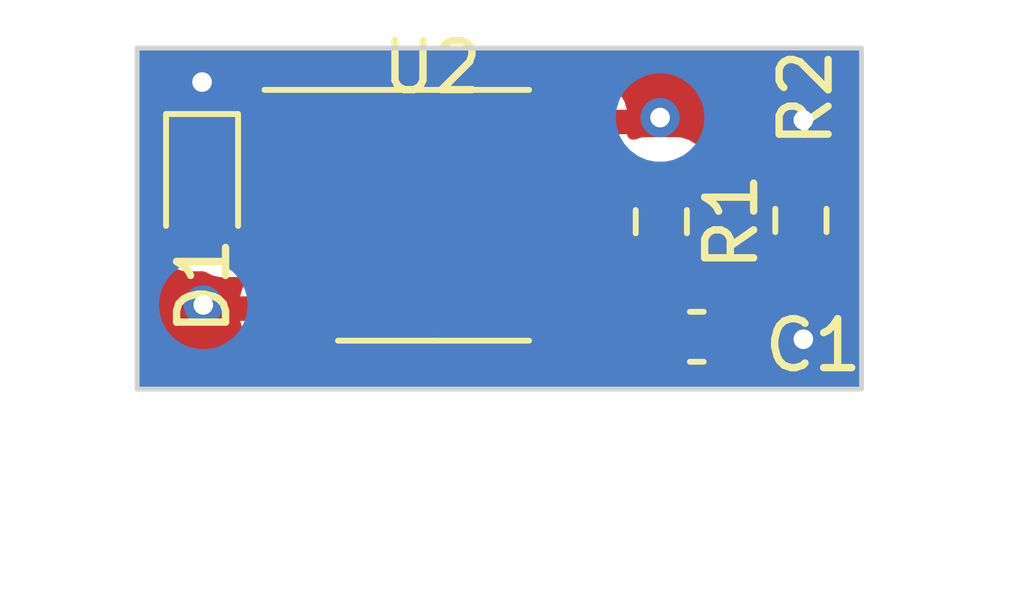
<source format=kicad_pcb>
(kicad_pcb (version 20221018) (generator pcbnew)
  (layers (0 "F.Cu" signal) (31 "B.Cu" signal) (34 "B.Paste" user) (35 "F.Paste" user) (36 "B.SilkS" user "B.Silkscreen") (37 "F.SilkS" user "F.Silkscreen") (38 "B.Mask" user) (39 "F.Mask" user) (44 "Edge.Cuts" user))
  (net 0 "")
  (net 1 "GND")
  (net 2 "Net-(D1-A)")
  (net 3 "/TR")
  (net 4 "VCC")
  (net 5 "Net-(U2-CV)")
  (net 6 "Net-(U2-DIS)")
  (footprint "LED_SMD:LED_0603_1608Metric" (layer "F.Cu") (at 133.05 82.9125 -90)
    (fp_text reference "D1" (at 2.025 -0.025 90) (layer "F.SilkS"))
    (fp_text value "LED")
    (fp_line (start -1.485 -0.735) (end -1.485 0.735) (stroke (width 0.12)) (layer "F.SilkS"))
    (fp_line (start -1.485 0.735) (end 0.8 0.735) (stroke (width 0.12)) (layer "F.SilkS"))
    (fp_line (start 0.8 -0.735) (end -1.485 -0.735) (stroke (width 0.12)) (layer "F.SilkS"))
    (pad "1" smd roundrect (at -0.7875 0 270) (size 0.875 0.95) (layers "F.Cu" "F.Paste" "F.Mask") (net 1 "GND"))
    (pad "2" smd roundrect (at 0.7875 0 270) (size 0.875 0.95) (layers "F.Cu" "F.Paste" "F.Mask") (net 2 "Net-(D1-A)"))
  )
  (footprint "Resistor_SMD:R_0603_1608Metric" (layer "F.Cu") (at 145.275 83.6 90)
    (fp_text reference "R2" (at 2.5 0.1 90) (layer "F.SilkS"))
    (fp_text value "R")
    (fp_line (start -0.237258 -0.5225) (end 0.237258 -0.5225) (stroke (width 0.12)) (layer "F.SilkS"))
    (fp_line (start -0.237258 0.5225) (end 0.237258 0.5225) (stroke (width 0.12)) (layer "F.SilkS"))
    (pad "1" smd roundrect (at -0.825 0 90) (size 0.8 0.95) (layers "F.Cu" "F.Paste" "F.Mask") (net 3 "/TR"))
    (pad "2" smd roundrect (at 0.825 0 90) (size 0.8 0.95) (layers "F.Cu" "F.Paste" "F.Mask") (net 1 "GND"))
  )
  (footprint "Package_SO:SOIC-8_3.9x4.9mm_P1.27mm" (layer "F.Cu") (at 137.775 83.495)
    (fp_text reference "U2" (at -0.025 -3.02) (layer "F.SilkS"))
    (fp_text value "NE555D")
    (fp_line (start 0 -2.56) (end -3.45 -2.56) (stroke (width 0.12)) (layer "F.SilkS"))
    (fp_line (start 0 -2.56) (end 1.95 -2.56) (stroke (width 0.12)) (layer "F.SilkS"))
    (fp_line (start 0 2.56) (end -1.95 2.56) (stroke (width 0.12)) (layer "F.SilkS"))
    (fp_line (start 0 2.56) (end 1.95 2.56) (stroke (width 0.12)) (layer "F.SilkS"))
    (pad "1" smd roundrect (at -2.475 -1.905) (size 1.95 0.6) (layers "F.Cu" "F.Paste" "F.Mask") (net 1 "GND"))
    (pad "2" smd roundrect (at -2.475 -0.635) (size 1.95 0.6) (layers "F.Cu" "F.Paste" "F.Mask") (net 3 "/TR"))
    (pad "3" smd roundrect (at -2.475 0.635) (size 1.95 0.6) (layers "F.Cu" "F.Paste" "F.Mask") (net 2 "Net-(D1-A)"))
    (pad "4" smd roundrect (at -2.475 1.905) (size 1.95 0.6) (layers "F.Cu" "F.Paste" "F.Mask") (net 4 "VCC"))
    (pad "5" smd roundrect (at 2.475 1.905) (size 1.95 0.6) (layers "F.Cu" "F.Paste" "F.Mask") (net 5 "Net-(U2-CV)"))
    (pad "6" smd roundrect (at 2.475 0.635) (size 1.95 0.6) (layers "F.Cu" "F.Paste" "F.Mask") (net 3 "/TR"))
    (pad "7" smd roundrect (at 2.475 -0.635) (size 1.95 0.6) (layers "F.Cu" "F.Paste" "F.Mask") (net 6 "Net-(U2-DIS)"))
    (pad "8" smd roundrect (at 2.475 -1.905) (size 1.95 0.6) (layers "F.Cu" "F.Paste" "F.Mask") (net 4 "VCC"))
  )
  (footprint "Resistor_SMD:R_0603_1608Metric" (layer "F.Cu") (at 142.425 83.625 -90)
    (fp_text reference "R1" (at 0 -1.43 90) (layer "F.SilkS"))
    (fp_text value "R")
    (fp_line (start -0.237258 -0.5225) (end 0.237258 -0.5225) (stroke (width 0.12)) (layer "F.SilkS"))
    (fp_line (start -0.237258 0.5225) (end 0.237258 0.5225) (stroke (width 0.12)) (layer "F.SilkS"))
    (pad "1" smd roundrect (at -0.825 0 270) (size 0.8 0.95) (layers "F.Cu" "F.Paste" "F.Mask") (net 6 "Net-(U2-DIS)"))
    (pad "2" smd roundrect (at 0.825 0 270) (size 0.8 0.95) (layers "F.Cu" "F.Paste" "F.Mask") (net 3 "/TR"))
  )
  (footprint "Capacitor_SMD:C_0603_1608Metric" (layer "F.Cu") (at 143.15 85.975)
    (fp_text reference "C1" (at 2.375 0.175) (layer "F.SilkS"))
    (fp_text value "C")
    (fp_line (start -0.14058 -0.51) (end 0.14058 -0.51) (stroke (width 0.12)) (layer "F.SilkS"))
    (fp_line (start -0.14058 0.51) (end 0.14058 0.51) (stroke (width 0.12)) (layer "F.SilkS"))
    (pad "1" smd roundrect (at -0.775 0) (size 0.9 0.95) (layers "F.Cu" "F.Paste" "F.Mask") (net 5 "Net-(U2-CV)"))
    (pad "2" smd roundrect (at 0.775 0) (size 0.9 0.95) (layers "F.Cu" "F.Paste" "F.Mask") (net 1 "GND"))
  )
  (gr_rect (start 131.725 80.08125) (end 146.5125 87.04375) (stroke (width 0.1)) (fill none) (layer "Edge.Cuts"))
  (segment (start 145.275 81.6) (end 145.325 81.55) (width 0.25) (layer "F.Cu") (net 1))
  (segment (start 133.025 80.8) (end 133.05 80.775) (width 0.25) (layer "F.Cu") (net 1))
  (segment (start 133.585 81.59) (end 133.05 82.125) (width 0.25) (layer "F.Cu") (net 1))
  (segment (start 135.1325 81.5625) (end 135.175 81.52) (width 0.25) (layer "F.Cu") (net 1))
  (segment (start 135.3 81.59) (end 135.245 81.59) (width 0.25) (layer "F.Cu") (net 1))
  (segment (start 145.275 85.975) (end 145.325 86.025) (width 0.25) (layer "F.Cu") (net 1))
  (segment (start 135.245 81.59) (end 135.175 81.52) (width 0.25) (layer "F.Cu") (net 1))
  (segment (start 143.925 85.975) (end 145.275 85.975) (width 0.25) (layer "F.Cu") (net 1))
  (segment (start 133.05 80.775) (end 133.05 82.125) (width 0.25) (layer "F.Cu") (net 1))
  (segment (start 145.275 82.775) (end 145.275 81.6) (width 0.25) (layer "F.Cu") (net 1))
  (segment (start 135.3 81.59) (end 133.585 81.59) (width 0.25) (layer "F.Cu") (net 1))
  (via (at 145.325 81.55) (size 0.8) (drill 0.4) (layers "F.Cu" "B.Cu") (net 1))
  (via (at 145.325 86.025) (size 0.8) (drill 0.4) (layers "F.Cu" "B.Cu") (net 1))
  (via (at 133.05 80.775) (size 0.8) (drill 0.4) (layers "F.Cu" "B.Cu") (net 1))
  (segment (start 133.48 84.13) (end 133.05 83.7) (width 0.25) (layer "F.Cu") (net 2))
  (segment (start 135.3 84.13) (end 133.48 84.13) (width 0.25) (layer "F.Cu") (net 2))
  (segment (start 137.29 82.79) (end 138.56 84.06) (width 0.25) (layer "F.Cu") (net 3))
  (segment (start 142.035 84.06) (end 142.425 84.45) (width 0.25) (layer "F.Cu") (net 3))
  (segment (start 145.25 84.45) (end 145.275 84.425) (width 0.25) (layer "F.Cu") (net 3))
  (segment (start 140.125 84.06) (end 142.035 84.06) (width 0.25) (layer "F.Cu") (net 3))
  (segment (start 142.425 84.45) (end 145.25 84.45) (width 0.25) (layer "F.Cu") (net 3))
  (segment (start 138.56 84.06) (end 140.125 84.06) (width 0.25) (layer "F.Cu") (net 3))
  (segment (start 135.175 82.79) (end 137.29 82.79) (width 0.25) (layer "F.Cu") (net 3))
  (segment (start 133.08 85.33) (end 133.075 85.325) (width 0.25) (layer "F.Cu") (net 4))
  (segment (start 135.175 85.33) (end 133.08 85.33) (width 0.25) (layer "F.Cu") (net 4))
  (segment (start 142.38 81.52) (end 142.4 81.5) (width 0.25) (layer "F.Cu") (net 4))
  (segment (start 140.125 81.52) (end 142.38 81.52) (width 0.25) (layer "F.Cu") (net 4))
  (via (at 133.075 85.325) (size 0.8) (drill 0.4) (layers "F.Cu" "B.Cu") (net 4))
  (via (at 142.4 81.5) (size 0.8) (drill 0.4) (layers "F.Cu" "B.Cu") (net 4))
  (segment (start 140.825 85.975) (end 140.25 85.4) (width 0.25) (layer "F.Cu") (net 5))
  (segment (start 142.375 85.975) (end 140.825 85.975) (width 0.25) (layer "F.Cu") (net 5))
  (segment (start 140.135 82.8) (end 140.125 82.79) (width 0.25) (layer "F.Cu") (net 6))
  (segment (start 142.425 82.8) (end 140.135 82.8) (width 0.25) (layer "F.Cu") (net 6))
  (segment (start 142.21 83.015) (end 142.425 82.8) (width 0.25) (layer "F.Cu") (net 6))
  (zone (net 4) (net_name "VCC") (layer "F.Cu") (connect_pads (clearance 0.5)) (min_thickness 0.25) (fill yes (thermal_gap 0.5) (thermal_bridge_width 0.5))
    (polygon (pts (xy 129.175 79.15) (xy 149.85 79.15) (xy 149.85 91.375) (xy 128.925 91.375) (xy 128.925 79.35) (xy 129.175 79.1)))
  )
  (zone (net 1) (net_name "GND") (layer "B.Cu") (priority 1) (connect_pads (clearance 0.5)) (min_thickness 0.25) (fill yes (thermal_gap 0.5) (thermal_bridge_width 0.5))
    (polygon (pts (xy 129.225 79.3) (xy 149.25 79.3) (xy 149.25 90.55) (xy 148.85 90.95) (xy 129.475 90.95) (xy 128.925 90.4) (xy 128.925 79.825) (xy 129.275 79.475) (xy 129.225 79.425)))
  )
)
</source>
